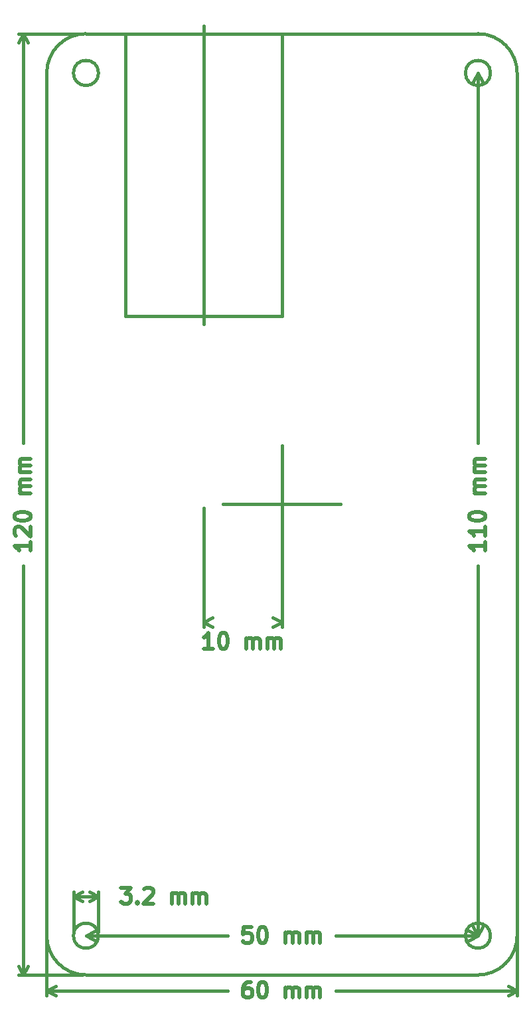
<source format=gbr>
G04 #@! TF.GenerationSoftware,KiCad,Pcbnew,7.0.11*
G04 #@! TF.CreationDate,2024-10-24T13:39:30-04:00*
G04 #@! TF.ProjectId,mouse-joystick-pcb,6d6f7573-652d-46a6-9f79-737469636b2d,1.0*
G04 #@! TF.SameCoordinates,Original*
G04 #@! TF.FileFunction,OtherDrawing,Comment*
%FSLAX46Y46*%
G04 Gerber Fmt 4.6, Leading zero omitted, Abs format (unit mm)*
G04 Created by KiCad (PCBNEW 7.0.11) date 2024-10-24 13:39:30*
%MOMM*%
%LPD*%
G01*
G04 APERTURE LIST*
%ADD10C,0.400000*%
%ADD11C,0.500000*%
G04 APERTURE END LIST*
D10*
X77400000Y-41600000D02*
G75*
G03*
X72400000Y-46600000I0J-5000000D01*
G01*
X132400000Y-46600000D02*
G75*
G03*
X127400000Y-41600000I-5000000J0D01*
G01*
X127400000Y-161600000D02*
G75*
G03*
X132400000Y-156600000I0J5000000D01*
G01*
X72400000Y-156600000D02*
G75*
G03*
X77400000Y-161600000I5000000J0D01*
G01*
X82400000Y-41600000D02*
X102400000Y-41600000D01*
X102400000Y-77600000D01*
X82400000Y-77600000D01*
X82400000Y-41600000D01*
X132400000Y-46600000D02*
X132400000Y-156600000D01*
X77400000Y-41600000D02*
X127400000Y-41600000D01*
X94900000Y-101600000D02*
X109900000Y-101600000D01*
X72400000Y-156600000D02*
X72400000Y-46600000D01*
X102400000Y-109100000D02*
X102400000Y-94100000D01*
X92400000Y-78600000D02*
X92400000Y-40600000D01*
X127400000Y-161600000D02*
X77400000Y-161600000D01*
D11*
X81876190Y-150499238D02*
X83114285Y-150499238D01*
X83114285Y-150499238D02*
X82447618Y-151261142D01*
X82447618Y-151261142D02*
X82733333Y-151261142D01*
X82733333Y-151261142D02*
X82923809Y-151356380D01*
X82923809Y-151356380D02*
X83019047Y-151451619D01*
X83019047Y-151451619D02*
X83114285Y-151642095D01*
X83114285Y-151642095D02*
X83114285Y-152118285D01*
X83114285Y-152118285D02*
X83019047Y-152308761D01*
X83019047Y-152308761D02*
X82923809Y-152404000D01*
X82923809Y-152404000D02*
X82733333Y-152499238D01*
X82733333Y-152499238D02*
X82161904Y-152499238D01*
X82161904Y-152499238D02*
X81971428Y-152404000D01*
X81971428Y-152404000D02*
X81876190Y-152308761D01*
X83971428Y-152308761D02*
X84066666Y-152404000D01*
X84066666Y-152404000D02*
X83971428Y-152499238D01*
X83971428Y-152499238D02*
X83876190Y-152404000D01*
X83876190Y-152404000D02*
X83971428Y-152308761D01*
X83971428Y-152308761D02*
X83971428Y-152499238D01*
X84828571Y-150689714D02*
X84923809Y-150594476D01*
X84923809Y-150594476D02*
X85114285Y-150499238D01*
X85114285Y-150499238D02*
X85590476Y-150499238D01*
X85590476Y-150499238D02*
X85780952Y-150594476D01*
X85780952Y-150594476D02*
X85876190Y-150689714D01*
X85876190Y-150689714D02*
X85971428Y-150880190D01*
X85971428Y-150880190D02*
X85971428Y-151070666D01*
X85971428Y-151070666D02*
X85876190Y-151356380D01*
X85876190Y-151356380D02*
X84733333Y-152499238D01*
X84733333Y-152499238D02*
X85971428Y-152499238D01*
X88352381Y-152499238D02*
X88352381Y-151165904D01*
X88352381Y-151356380D02*
X88447619Y-151261142D01*
X88447619Y-151261142D02*
X88638095Y-151165904D01*
X88638095Y-151165904D02*
X88923810Y-151165904D01*
X88923810Y-151165904D02*
X89114286Y-151261142D01*
X89114286Y-151261142D02*
X89209524Y-151451619D01*
X89209524Y-151451619D02*
X89209524Y-152499238D01*
X89209524Y-151451619D02*
X89304762Y-151261142D01*
X89304762Y-151261142D02*
X89495238Y-151165904D01*
X89495238Y-151165904D02*
X89780952Y-151165904D01*
X89780952Y-151165904D02*
X89971429Y-151261142D01*
X89971429Y-151261142D02*
X90066667Y-151451619D01*
X90066667Y-151451619D02*
X90066667Y-152499238D01*
X91019048Y-152499238D02*
X91019048Y-151165904D01*
X91019048Y-151356380D02*
X91114286Y-151261142D01*
X91114286Y-151261142D02*
X91304762Y-151165904D01*
X91304762Y-151165904D02*
X91590477Y-151165904D01*
X91590477Y-151165904D02*
X91780953Y-151261142D01*
X91780953Y-151261142D02*
X91876191Y-151451619D01*
X91876191Y-151451619D02*
X91876191Y-152499238D01*
X91876191Y-151451619D02*
X91971429Y-151261142D01*
X91971429Y-151261142D02*
X92161905Y-151165904D01*
X92161905Y-151165904D02*
X92447619Y-151165904D01*
X92447619Y-151165904D02*
X92638096Y-151261142D01*
X92638096Y-151261142D02*
X92733334Y-151451619D01*
X92733334Y-151451619D02*
X92733334Y-152499238D01*
D10*
X75800000Y-156100000D02*
X75800000Y-151013580D01*
X79000000Y-151013580D02*
X79000000Y-156100000D01*
X75800000Y-151600000D02*
X79000000Y-151600000D01*
X75800000Y-151600000D02*
X79000000Y-151600000D01*
X75800000Y-151600000D02*
X76926504Y-151013579D01*
X75800000Y-151600000D02*
X76926504Y-152186421D01*
X79000000Y-151600000D02*
X77873496Y-152186421D01*
X79000000Y-151600000D02*
X77873496Y-151013579D01*
D11*
X93590475Y-119999238D02*
X92447618Y-119999238D01*
X93019046Y-119999238D02*
X93019046Y-117999238D01*
X93019046Y-117999238D02*
X92828570Y-118284952D01*
X92828570Y-118284952D02*
X92638094Y-118475428D01*
X92638094Y-118475428D02*
X92447618Y-118570666D01*
X94828570Y-117999238D02*
X95019047Y-117999238D01*
X95019047Y-117999238D02*
X95209523Y-118094476D01*
X95209523Y-118094476D02*
X95304761Y-118189714D01*
X95304761Y-118189714D02*
X95399999Y-118380190D01*
X95399999Y-118380190D02*
X95495237Y-118761142D01*
X95495237Y-118761142D02*
X95495237Y-119237333D01*
X95495237Y-119237333D02*
X95399999Y-119618285D01*
X95399999Y-119618285D02*
X95304761Y-119808761D01*
X95304761Y-119808761D02*
X95209523Y-119904000D01*
X95209523Y-119904000D02*
X95019047Y-119999238D01*
X95019047Y-119999238D02*
X94828570Y-119999238D01*
X94828570Y-119999238D02*
X94638094Y-119904000D01*
X94638094Y-119904000D02*
X94542856Y-119808761D01*
X94542856Y-119808761D02*
X94447618Y-119618285D01*
X94447618Y-119618285D02*
X94352380Y-119237333D01*
X94352380Y-119237333D02*
X94352380Y-118761142D01*
X94352380Y-118761142D02*
X94447618Y-118380190D01*
X94447618Y-118380190D02*
X94542856Y-118189714D01*
X94542856Y-118189714D02*
X94638094Y-118094476D01*
X94638094Y-118094476D02*
X94828570Y-117999238D01*
X97876190Y-119999238D02*
X97876190Y-118665904D01*
X97876190Y-118856380D02*
X97971428Y-118761142D01*
X97971428Y-118761142D02*
X98161904Y-118665904D01*
X98161904Y-118665904D02*
X98447619Y-118665904D01*
X98447619Y-118665904D02*
X98638095Y-118761142D01*
X98638095Y-118761142D02*
X98733333Y-118951619D01*
X98733333Y-118951619D02*
X98733333Y-119999238D01*
X98733333Y-118951619D02*
X98828571Y-118761142D01*
X98828571Y-118761142D02*
X99019047Y-118665904D01*
X99019047Y-118665904D02*
X99304761Y-118665904D01*
X99304761Y-118665904D02*
X99495238Y-118761142D01*
X99495238Y-118761142D02*
X99590476Y-118951619D01*
X99590476Y-118951619D02*
X99590476Y-119999238D01*
X100542857Y-119999238D02*
X100542857Y-118665904D01*
X100542857Y-118856380D02*
X100638095Y-118761142D01*
X100638095Y-118761142D02*
X100828571Y-118665904D01*
X100828571Y-118665904D02*
X101114286Y-118665904D01*
X101114286Y-118665904D02*
X101304762Y-118761142D01*
X101304762Y-118761142D02*
X101400000Y-118951619D01*
X101400000Y-118951619D02*
X101400000Y-119999238D01*
X101400000Y-118951619D02*
X101495238Y-118761142D01*
X101495238Y-118761142D02*
X101685714Y-118665904D01*
X101685714Y-118665904D02*
X101971428Y-118665904D01*
X101971428Y-118665904D02*
X102161905Y-118761142D01*
X102161905Y-118761142D02*
X102257143Y-118951619D01*
X102257143Y-118951619D02*
X102257143Y-119999238D01*
D10*
X92400000Y-102100000D02*
X92400000Y-117186420D01*
X102400000Y-117186420D02*
X102400000Y-102100000D01*
X92400000Y-116600000D02*
X93526504Y-116013579D01*
X92400000Y-116600000D02*
X93526504Y-117186421D01*
X102400000Y-116600000D02*
X101273496Y-117186421D01*
X102400000Y-116600000D02*
X101273496Y-116013579D01*
D11*
X98399999Y-162499238D02*
X98019046Y-162499238D01*
X98019046Y-162499238D02*
X97828570Y-162594476D01*
X97828570Y-162594476D02*
X97733332Y-162689714D01*
X97733332Y-162689714D02*
X97542856Y-162975428D01*
X97542856Y-162975428D02*
X97447618Y-163356380D01*
X97447618Y-163356380D02*
X97447618Y-164118285D01*
X97447618Y-164118285D02*
X97542856Y-164308761D01*
X97542856Y-164308761D02*
X97638094Y-164404000D01*
X97638094Y-164404000D02*
X97828570Y-164499238D01*
X97828570Y-164499238D02*
X98209523Y-164499238D01*
X98209523Y-164499238D02*
X98399999Y-164404000D01*
X98399999Y-164404000D02*
X98495237Y-164308761D01*
X98495237Y-164308761D02*
X98590475Y-164118285D01*
X98590475Y-164118285D02*
X98590475Y-163642095D01*
X98590475Y-163642095D02*
X98495237Y-163451619D01*
X98495237Y-163451619D02*
X98399999Y-163356380D01*
X98399999Y-163356380D02*
X98209523Y-163261142D01*
X98209523Y-163261142D02*
X97828570Y-163261142D01*
X97828570Y-163261142D02*
X97638094Y-163356380D01*
X97638094Y-163356380D02*
X97542856Y-163451619D01*
X97542856Y-163451619D02*
X97447618Y-163642095D01*
X99828570Y-162499238D02*
X100019047Y-162499238D01*
X100019047Y-162499238D02*
X100209523Y-162594476D01*
X100209523Y-162594476D02*
X100304761Y-162689714D01*
X100304761Y-162689714D02*
X100399999Y-162880190D01*
X100399999Y-162880190D02*
X100495237Y-163261142D01*
X100495237Y-163261142D02*
X100495237Y-163737333D01*
X100495237Y-163737333D02*
X100399999Y-164118285D01*
X100399999Y-164118285D02*
X100304761Y-164308761D01*
X100304761Y-164308761D02*
X100209523Y-164404000D01*
X100209523Y-164404000D02*
X100019047Y-164499238D01*
X100019047Y-164499238D02*
X99828570Y-164499238D01*
X99828570Y-164499238D02*
X99638094Y-164404000D01*
X99638094Y-164404000D02*
X99542856Y-164308761D01*
X99542856Y-164308761D02*
X99447618Y-164118285D01*
X99447618Y-164118285D02*
X99352380Y-163737333D01*
X99352380Y-163737333D02*
X99352380Y-163261142D01*
X99352380Y-163261142D02*
X99447618Y-162880190D01*
X99447618Y-162880190D02*
X99542856Y-162689714D01*
X99542856Y-162689714D02*
X99638094Y-162594476D01*
X99638094Y-162594476D02*
X99828570Y-162499238D01*
X102876190Y-164499238D02*
X102876190Y-163165904D01*
X102876190Y-163356380D02*
X102971428Y-163261142D01*
X102971428Y-163261142D02*
X103161904Y-163165904D01*
X103161904Y-163165904D02*
X103447619Y-163165904D01*
X103447619Y-163165904D02*
X103638095Y-163261142D01*
X103638095Y-163261142D02*
X103733333Y-163451619D01*
X103733333Y-163451619D02*
X103733333Y-164499238D01*
X103733333Y-163451619D02*
X103828571Y-163261142D01*
X103828571Y-163261142D02*
X104019047Y-163165904D01*
X104019047Y-163165904D02*
X104304761Y-163165904D01*
X104304761Y-163165904D02*
X104495238Y-163261142D01*
X104495238Y-163261142D02*
X104590476Y-163451619D01*
X104590476Y-163451619D02*
X104590476Y-164499238D01*
X105542857Y-164499238D02*
X105542857Y-163165904D01*
X105542857Y-163356380D02*
X105638095Y-163261142D01*
X105638095Y-163261142D02*
X105828571Y-163165904D01*
X105828571Y-163165904D02*
X106114286Y-163165904D01*
X106114286Y-163165904D02*
X106304762Y-163261142D01*
X106304762Y-163261142D02*
X106400000Y-163451619D01*
X106400000Y-163451619D02*
X106400000Y-164499238D01*
X106400000Y-163451619D02*
X106495238Y-163261142D01*
X106495238Y-163261142D02*
X106685714Y-163165904D01*
X106685714Y-163165904D02*
X106971428Y-163165904D01*
X106971428Y-163165904D02*
X107161905Y-163261142D01*
X107161905Y-163261142D02*
X107257143Y-163451619D01*
X107257143Y-163451619D02*
X107257143Y-164499238D01*
D10*
X132400000Y-156600000D02*
X132400000Y-164186420D01*
X72400000Y-164186420D02*
X72400000Y-157100000D01*
X132400000Y-163600000D02*
X109283334Y-163600000D01*
X95516666Y-163600000D02*
X72400000Y-163600000D01*
X132400000Y-163600000D02*
X131273496Y-164186421D01*
X132400000Y-163600000D02*
X131273496Y-163013579D01*
X72400000Y-163600000D02*
X73526504Y-163013579D01*
X72400000Y-163600000D02*
X73526504Y-164186421D01*
D11*
X70299238Y-106361905D02*
X70299238Y-107504762D01*
X70299238Y-106933334D02*
X68299238Y-106933334D01*
X68299238Y-106933334D02*
X68584952Y-107123810D01*
X68584952Y-107123810D02*
X68775428Y-107314286D01*
X68775428Y-107314286D02*
X68870666Y-107504762D01*
X68489714Y-105600000D02*
X68394476Y-105504762D01*
X68394476Y-105504762D02*
X68299238Y-105314286D01*
X68299238Y-105314286D02*
X68299238Y-104838095D01*
X68299238Y-104838095D02*
X68394476Y-104647619D01*
X68394476Y-104647619D02*
X68489714Y-104552381D01*
X68489714Y-104552381D02*
X68680190Y-104457143D01*
X68680190Y-104457143D02*
X68870666Y-104457143D01*
X68870666Y-104457143D02*
X69156380Y-104552381D01*
X69156380Y-104552381D02*
X70299238Y-105695238D01*
X70299238Y-105695238D02*
X70299238Y-104457143D01*
X68299238Y-103219048D02*
X68299238Y-103028571D01*
X68299238Y-103028571D02*
X68394476Y-102838095D01*
X68394476Y-102838095D02*
X68489714Y-102742857D01*
X68489714Y-102742857D02*
X68680190Y-102647619D01*
X68680190Y-102647619D02*
X69061142Y-102552381D01*
X69061142Y-102552381D02*
X69537333Y-102552381D01*
X69537333Y-102552381D02*
X69918285Y-102647619D01*
X69918285Y-102647619D02*
X70108761Y-102742857D01*
X70108761Y-102742857D02*
X70204000Y-102838095D01*
X70204000Y-102838095D02*
X70299238Y-103028571D01*
X70299238Y-103028571D02*
X70299238Y-103219048D01*
X70299238Y-103219048D02*
X70204000Y-103409524D01*
X70204000Y-103409524D02*
X70108761Y-103504762D01*
X70108761Y-103504762D02*
X69918285Y-103600000D01*
X69918285Y-103600000D02*
X69537333Y-103695238D01*
X69537333Y-103695238D02*
X69061142Y-103695238D01*
X69061142Y-103695238D02*
X68680190Y-103600000D01*
X68680190Y-103600000D02*
X68489714Y-103504762D01*
X68489714Y-103504762D02*
X68394476Y-103409524D01*
X68394476Y-103409524D02*
X68299238Y-103219048D01*
X70299238Y-100171428D02*
X68965904Y-100171428D01*
X69156380Y-100171428D02*
X69061142Y-100076190D01*
X69061142Y-100076190D02*
X68965904Y-99885714D01*
X68965904Y-99885714D02*
X68965904Y-99599999D01*
X68965904Y-99599999D02*
X69061142Y-99409523D01*
X69061142Y-99409523D02*
X69251619Y-99314285D01*
X69251619Y-99314285D02*
X70299238Y-99314285D01*
X69251619Y-99314285D02*
X69061142Y-99219047D01*
X69061142Y-99219047D02*
X68965904Y-99028571D01*
X68965904Y-99028571D02*
X68965904Y-98742857D01*
X68965904Y-98742857D02*
X69061142Y-98552380D01*
X69061142Y-98552380D02*
X69251619Y-98457142D01*
X69251619Y-98457142D02*
X70299238Y-98457142D01*
X70299238Y-97504761D02*
X68965904Y-97504761D01*
X69156380Y-97504761D02*
X69061142Y-97409523D01*
X69061142Y-97409523D02*
X68965904Y-97219047D01*
X68965904Y-97219047D02*
X68965904Y-96933332D01*
X68965904Y-96933332D02*
X69061142Y-96742856D01*
X69061142Y-96742856D02*
X69251619Y-96647618D01*
X69251619Y-96647618D02*
X70299238Y-96647618D01*
X69251619Y-96647618D02*
X69061142Y-96552380D01*
X69061142Y-96552380D02*
X68965904Y-96361904D01*
X68965904Y-96361904D02*
X68965904Y-96076190D01*
X68965904Y-96076190D02*
X69061142Y-95885713D01*
X69061142Y-95885713D02*
X69251619Y-95790475D01*
X69251619Y-95790475D02*
X70299238Y-95790475D01*
D10*
X76900000Y-41600000D02*
X68813580Y-41600000D01*
X68813580Y-161600000D02*
X76900000Y-161600000D01*
X69400000Y-41600000D02*
X69400000Y-93764285D01*
X69400000Y-109435715D02*
X69400000Y-161600000D01*
X69400000Y-41600000D02*
X69986421Y-42726504D01*
X69400000Y-41600000D02*
X68813579Y-42726504D01*
X69400000Y-161600000D02*
X68813579Y-160473496D01*
X69400000Y-161600000D02*
X69986421Y-160473496D01*
D11*
X128299238Y-106361905D02*
X128299238Y-107504762D01*
X128299238Y-106933334D02*
X126299238Y-106933334D01*
X126299238Y-106933334D02*
X126584952Y-107123810D01*
X126584952Y-107123810D02*
X126775428Y-107314286D01*
X126775428Y-107314286D02*
X126870666Y-107504762D01*
X128299238Y-104457143D02*
X128299238Y-105600000D01*
X128299238Y-105028572D02*
X126299238Y-105028572D01*
X126299238Y-105028572D02*
X126584952Y-105219048D01*
X126584952Y-105219048D02*
X126775428Y-105409524D01*
X126775428Y-105409524D02*
X126870666Y-105600000D01*
X126299238Y-103219048D02*
X126299238Y-103028571D01*
X126299238Y-103028571D02*
X126394476Y-102838095D01*
X126394476Y-102838095D02*
X126489714Y-102742857D01*
X126489714Y-102742857D02*
X126680190Y-102647619D01*
X126680190Y-102647619D02*
X127061142Y-102552381D01*
X127061142Y-102552381D02*
X127537333Y-102552381D01*
X127537333Y-102552381D02*
X127918285Y-102647619D01*
X127918285Y-102647619D02*
X128108761Y-102742857D01*
X128108761Y-102742857D02*
X128204000Y-102838095D01*
X128204000Y-102838095D02*
X128299238Y-103028571D01*
X128299238Y-103028571D02*
X128299238Y-103219048D01*
X128299238Y-103219048D02*
X128204000Y-103409524D01*
X128204000Y-103409524D02*
X128108761Y-103504762D01*
X128108761Y-103504762D02*
X127918285Y-103600000D01*
X127918285Y-103600000D02*
X127537333Y-103695238D01*
X127537333Y-103695238D02*
X127061142Y-103695238D01*
X127061142Y-103695238D02*
X126680190Y-103600000D01*
X126680190Y-103600000D02*
X126489714Y-103504762D01*
X126489714Y-103504762D02*
X126394476Y-103409524D01*
X126394476Y-103409524D02*
X126299238Y-103219048D01*
X128299238Y-100171428D02*
X126965904Y-100171428D01*
X127156380Y-100171428D02*
X127061142Y-100076190D01*
X127061142Y-100076190D02*
X126965904Y-99885714D01*
X126965904Y-99885714D02*
X126965904Y-99599999D01*
X126965904Y-99599999D02*
X127061142Y-99409523D01*
X127061142Y-99409523D02*
X127251619Y-99314285D01*
X127251619Y-99314285D02*
X128299238Y-99314285D01*
X127251619Y-99314285D02*
X127061142Y-99219047D01*
X127061142Y-99219047D02*
X126965904Y-99028571D01*
X126965904Y-99028571D02*
X126965904Y-98742857D01*
X126965904Y-98742857D02*
X127061142Y-98552380D01*
X127061142Y-98552380D02*
X127251619Y-98457142D01*
X127251619Y-98457142D02*
X128299238Y-98457142D01*
X128299238Y-97504761D02*
X126965904Y-97504761D01*
X127156380Y-97504761D02*
X127061142Y-97409523D01*
X127061142Y-97409523D02*
X126965904Y-97219047D01*
X126965904Y-97219047D02*
X126965904Y-96933332D01*
X126965904Y-96933332D02*
X127061142Y-96742856D01*
X127061142Y-96742856D02*
X127251619Y-96647618D01*
X127251619Y-96647618D02*
X128299238Y-96647618D01*
X127251619Y-96647618D02*
X127061142Y-96552380D01*
X127061142Y-96552380D02*
X126965904Y-96361904D01*
X126965904Y-96361904D02*
X126965904Y-96076190D01*
X126965904Y-96076190D02*
X127061142Y-95885713D01*
X127061142Y-95885713D02*
X127251619Y-95790475D01*
X127251619Y-95790475D02*
X128299238Y-95790475D01*
D10*
X127400000Y-46600000D02*
X127400000Y-46600000D01*
X127400000Y-156600000D02*
X127400000Y-156600000D01*
X127400000Y-46600000D02*
X127400000Y-93764285D01*
X127400000Y-109435715D02*
X127400000Y-156600000D01*
X127400000Y-46600000D02*
X127986421Y-47726504D01*
X127400000Y-46600000D02*
X126813579Y-47726504D01*
X127400000Y-156600000D02*
X126813579Y-155473496D01*
X127400000Y-156600000D02*
X127986421Y-155473496D01*
D11*
X98495237Y-155499238D02*
X97542856Y-155499238D01*
X97542856Y-155499238D02*
X97447618Y-156451619D01*
X97447618Y-156451619D02*
X97542856Y-156356380D01*
X97542856Y-156356380D02*
X97733332Y-156261142D01*
X97733332Y-156261142D02*
X98209523Y-156261142D01*
X98209523Y-156261142D02*
X98399999Y-156356380D01*
X98399999Y-156356380D02*
X98495237Y-156451619D01*
X98495237Y-156451619D02*
X98590475Y-156642095D01*
X98590475Y-156642095D02*
X98590475Y-157118285D01*
X98590475Y-157118285D02*
X98495237Y-157308761D01*
X98495237Y-157308761D02*
X98399999Y-157404000D01*
X98399999Y-157404000D02*
X98209523Y-157499238D01*
X98209523Y-157499238D02*
X97733332Y-157499238D01*
X97733332Y-157499238D02*
X97542856Y-157404000D01*
X97542856Y-157404000D02*
X97447618Y-157308761D01*
X99828570Y-155499238D02*
X100019047Y-155499238D01*
X100019047Y-155499238D02*
X100209523Y-155594476D01*
X100209523Y-155594476D02*
X100304761Y-155689714D01*
X100304761Y-155689714D02*
X100399999Y-155880190D01*
X100399999Y-155880190D02*
X100495237Y-156261142D01*
X100495237Y-156261142D02*
X100495237Y-156737333D01*
X100495237Y-156737333D02*
X100399999Y-157118285D01*
X100399999Y-157118285D02*
X100304761Y-157308761D01*
X100304761Y-157308761D02*
X100209523Y-157404000D01*
X100209523Y-157404000D02*
X100019047Y-157499238D01*
X100019047Y-157499238D02*
X99828570Y-157499238D01*
X99828570Y-157499238D02*
X99638094Y-157404000D01*
X99638094Y-157404000D02*
X99542856Y-157308761D01*
X99542856Y-157308761D02*
X99447618Y-157118285D01*
X99447618Y-157118285D02*
X99352380Y-156737333D01*
X99352380Y-156737333D02*
X99352380Y-156261142D01*
X99352380Y-156261142D02*
X99447618Y-155880190D01*
X99447618Y-155880190D02*
X99542856Y-155689714D01*
X99542856Y-155689714D02*
X99638094Y-155594476D01*
X99638094Y-155594476D02*
X99828570Y-155499238D01*
X102876190Y-157499238D02*
X102876190Y-156165904D01*
X102876190Y-156356380D02*
X102971428Y-156261142D01*
X102971428Y-156261142D02*
X103161904Y-156165904D01*
X103161904Y-156165904D02*
X103447619Y-156165904D01*
X103447619Y-156165904D02*
X103638095Y-156261142D01*
X103638095Y-156261142D02*
X103733333Y-156451619D01*
X103733333Y-156451619D02*
X103733333Y-157499238D01*
X103733333Y-156451619D02*
X103828571Y-156261142D01*
X103828571Y-156261142D02*
X104019047Y-156165904D01*
X104019047Y-156165904D02*
X104304761Y-156165904D01*
X104304761Y-156165904D02*
X104495238Y-156261142D01*
X104495238Y-156261142D02*
X104590476Y-156451619D01*
X104590476Y-156451619D02*
X104590476Y-157499238D01*
X105542857Y-157499238D02*
X105542857Y-156165904D01*
X105542857Y-156356380D02*
X105638095Y-156261142D01*
X105638095Y-156261142D02*
X105828571Y-156165904D01*
X105828571Y-156165904D02*
X106114286Y-156165904D01*
X106114286Y-156165904D02*
X106304762Y-156261142D01*
X106304762Y-156261142D02*
X106400000Y-156451619D01*
X106400000Y-156451619D02*
X106400000Y-157499238D01*
X106400000Y-156451619D02*
X106495238Y-156261142D01*
X106495238Y-156261142D02*
X106685714Y-156165904D01*
X106685714Y-156165904D02*
X106971428Y-156165904D01*
X106971428Y-156165904D02*
X107161905Y-156261142D01*
X107161905Y-156261142D02*
X107257143Y-156451619D01*
X107257143Y-156451619D02*
X107257143Y-157499238D01*
D10*
X77400000Y-156600000D02*
X77400000Y-156600000D01*
X127400000Y-156600000D02*
X127400000Y-156600000D01*
X77400000Y-156600000D02*
X95516666Y-156600000D01*
X109283334Y-156600000D02*
X127400000Y-156600000D01*
X77400000Y-156600000D02*
X78526504Y-156013579D01*
X77400000Y-156600000D02*
X78526504Y-157186421D01*
X127400000Y-156600000D02*
X126273496Y-157186421D01*
X127400000Y-156600000D02*
X126273496Y-156013579D01*
X79000000Y-46600000D02*
G75*
G03*
X75800000Y-46600000I-1600000J0D01*
G01*
X75800000Y-46600000D02*
G75*
G03*
X79000000Y-46600000I1600000J0D01*
G01*
X79000000Y-156600000D02*
G75*
G03*
X75800000Y-156600000I-1600000J0D01*
G01*
X75800000Y-156600000D02*
G75*
G03*
X79000000Y-156600000I1600000J0D01*
G01*
X129000000Y-46600000D02*
G75*
G03*
X125800000Y-46600000I-1600000J0D01*
G01*
X125800000Y-46600000D02*
G75*
G03*
X129000000Y-46600000I1600000J0D01*
G01*
X129000000Y-156600000D02*
G75*
G03*
X125800000Y-156600000I-1600000J0D01*
G01*
X125800000Y-156600000D02*
G75*
G03*
X129000000Y-156600000I1600000J0D01*
G01*
M02*

</source>
